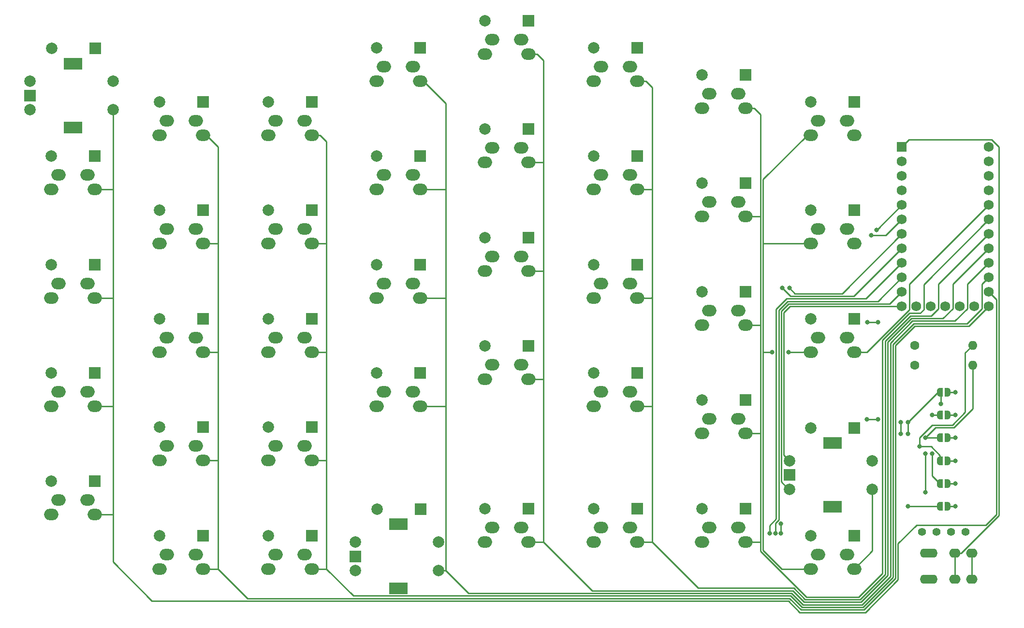
<source format=gbl>
%TF.GenerationSoftware,KiCad,Pcbnew,(6.0.4-0)*%
%TF.CreationDate,2022-03-31T21:48:39+02:00*%
%TF.ProjectId,PCB,5043422e-6b69-4636-9164-5f7063625858,rev?*%
%TF.SameCoordinates,Original*%
%TF.FileFunction,Copper,L2,Bot*%
%TF.FilePolarity,Positive*%
%FSLAX46Y46*%
G04 Gerber Fmt 4.6, Leading zero omitted, Abs format (unit mm)*
G04 Created by KiCad (PCBNEW (6.0.4-0)) date 2022-03-31 21:48:39*
%MOMM*%
%LPD*%
G01*
G04 APERTURE LIST*
G04 Aperture macros list*
%AMFreePoly0*
4,1,22,0.500000,-0.750000,0.000000,-0.750000,0.000000,-0.745033,-0.079941,-0.743568,-0.215256,-0.701293,-0.333266,-0.622738,-0.424486,-0.514219,-0.481581,-0.384460,-0.499164,-0.250000,-0.500000,-0.250000,-0.500000,0.250000,-0.499164,0.250000,-0.499963,0.256109,-0.478152,0.396186,-0.417904,0.524511,-0.324060,0.630769,-0.204165,0.706417,-0.067858,0.745374,0.000000,0.744959,0.000000,0.750000,
0.500000,0.750000,0.500000,-0.750000,0.500000,-0.750000,$1*%
%AMFreePoly1*
4,1,20,0.000000,0.744959,0.073905,0.744508,0.209726,0.703889,0.328688,0.626782,0.421226,0.519385,0.479903,0.390333,0.500000,0.250000,0.500000,-0.250000,0.499851,-0.262216,0.476331,-0.402017,0.414519,-0.529596,0.319384,-0.634700,0.198574,-0.708877,0.061801,-0.746166,0.000000,-0.745033,0.000000,-0.750000,-0.500000,-0.750000,-0.500000,0.750000,0.000000,0.750000,0.000000,0.744959,
0.000000,0.744959,$1*%
G04 Aperture macros list end*
%TA.AperFunction,ComponentPad*%
%ADD10C,1.600000*%
%TD*%
%TA.AperFunction,ComponentPad*%
%ADD11O,1.600000X1.600000*%
%TD*%
%TA.AperFunction,ComponentPad*%
%ADD12O,2.500000X2.000000*%
%TD*%
%TA.AperFunction,ComponentPad*%
%ADD13C,2.000000*%
%TD*%
%TA.AperFunction,ComponentPad*%
%ADD14R,2.000000X2.000000*%
%TD*%
%TA.AperFunction,ComponentPad*%
%ADD15O,3.100000X1.600000*%
%TD*%
%TA.AperFunction,ComponentPad*%
%ADD16O,2.000000X1.600000*%
%TD*%
%TA.AperFunction,ComponentPad*%
%ADD17R,3.200000X2.000000*%
%TD*%
%TA.AperFunction,ComponentPad*%
%ADD18R,1.752600X1.752600*%
%TD*%
%TA.AperFunction,ComponentPad*%
%ADD19C,1.752600*%
%TD*%
%TA.AperFunction,ComponentPad*%
%ADD20C,1.397000*%
%TD*%
%TA.AperFunction,SMDPad,CuDef*%
%ADD21FreePoly0,0.000000*%
%TD*%
%TA.AperFunction,SMDPad,CuDef*%
%ADD22FreePoly1,0.000000*%
%TD*%
%TA.AperFunction,ViaPad*%
%ADD23C,0.800000*%
%TD*%
%TA.AperFunction,Conductor*%
%ADD24C,0.250000*%
%TD*%
G04 APERTURE END LIST*
D10*
X221420000Y-96250000D03*
D11*
X231580000Y-96250000D03*
D10*
X221420000Y-92750000D03*
D11*
X231580000Y-92750000D03*
D12*
X77810000Y-103460000D03*
X70190000Y-103460000D03*
X71460000Y-100920000D03*
X76540000Y-100920000D03*
D13*
X70190000Y-97618000D03*
D14*
X77810000Y-97618000D03*
D12*
X191810000Y-51210000D03*
X184190000Y-51210000D03*
X185460000Y-48670000D03*
X190540000Y-48670000D03*
D13*
X184190000Y-45368000D03*
D14*
X191810000Y-45368000D03*
D15*
X223862500Y-129200000D03*
X223862500Y-133800000D03*
D16*
X228412500Y-129220000D03*
X228412500Y-133800000D03*
X231412500Y-133800000D03*
X231412500Y-129220000D03*
D12*
X172810000Y-84460000D03*
X165190000Y-84460000D03*
X166460000Y-81920000D03*
X171540000Y-81920000D03*
D13*
X165190000Y-78618000D03*
D14*
X172810000Y-78618000D03*
D12*
X172810000Y-65460000D03*
X165190000Y-65460000D03*
X166460000Y-62920000D03*
X171540000Y-62920000D03*
D13*
X165190000Y-59618000D03*
D14*
X172810000Y-59618000D03*
D12*
X210810000Y-55960000D03*
X203190000Y-55960000D03*
X209540000Y-53420000D03*
X204460000Y-53420000D03*
D13*
X203190000Y-50118000D03*
D14*
X210810000Y-50118000D03*
D12*
X70190000Y-84460000D03*
X77810000Y-84460000D03*
X71460000Y-81920000D03*
X76540000Y-81920000D03*
D13*
X70190000Y-78618000D03*
D14*
X77810000Y-78618000D03*
D12*
X115810000Y-74960000D03*
X108190000Y-74960000D03*
X109460000Y-72420000D03*
X114540000Y-72420000D03*
D13*
X108190000Y-69118000D03*
D14*
X115810000Y-69118000D03*
D12*
X203190000Y-131960000D03*
X210810000Y-131960000D03*
X209540000Y-129420000D03*
X204460000Y-129420000D03*
D13*
X203190000Y-126118000D03*
D14*
X210810000Y-126118000D03*
D13*
X214000000Y-118000000D03*
X214000000Y-113000000D03*
X203250000Y-107250000D03*
D14*
X210870000Y-107250000D03*
D13*
X199500000Y-113000000D03*
X199500000Y-118000000D03*
D14*
X199500000Y-115500000D03*
D17*
X207000000Y-109900000D03*
X207000000Y-121100000D03*
D12*
X165190000Y-46460000D03*
X172810000Y-46460000D03*
X166460000Y-43920000D03*
X171540000Y-43920000D03*
D13*
X165190000Y-40618000D03*
D14*
X172810000Y-40618000D03*
D12*
X77810000Y-122460000D03*
X70190000Y-122460000D03*
X71460000Y-119920000D03*
X76540000Y-119920000D03*
D13*
X70190000Y-116618000D03*
D14*
X77810000Y-116618000D03*
D12*
X146190000Y-79710000D03*
X153810000Y-79710000D03*
X147460000Y-77170000D03*
X152540000Y-77170000D03*
D13*
X146190000Y-73868000D03*
D14*
X153810000Y-73868000D03*
D12*
X127190000Y-84460000D03*
X134810000Y-84460000D03*
X133540000Y-81920000D03*
X128460000Y-81920000D03*
D13*
X127190000Y-78618000D03*
D14*
X134810000Y-78618000D03*
D12*
X96810000Y-93960000D03*
X89190000Y-93960000D03*
X95540000Y-91420000D03*
X90460000Y-91420000D03*
D13*
X89190000Y-88118000D03*
D14*
X96810000Y-88118000D03*
D12*
X134810000Y-65460000D03*
X127190000Y-65460000D03*
X133540000Y-62920000D03*
X128460000Y-62920000D03*
D13*
X127190000Y-59618000D03*
D14*
X134810000Y-59618000D03*
D13*
X81000000Y-51500000D03*
X81000000Y-46500000D03*
X70250000Y-40750000D03*
D14*
X77870000Y-40750000D03*
D13*
X66500000Y-46500000D03*
X66500000Y-51500000D03*
D14*
X66500000Y-49000000D03*
D17*
X74000000Y-43400000D03*
X74000000Y-54600000D03*
D12*
X146190000Y-98710000D03*
X153810000Y-98710000D03*
X152540000Y-96170000D03*
X147460000Y-96170000D03*
D13*
X146190000Y-92868000D03*
D14*
X153810000Y-92868000D03*
D12*
X134810000Y-46460000D03*
X127190000Y-46460000D03*
X133540000Y-43920000D03*
X128460000Y-43920000D03*
D13*
X127190000Y-40618000D03*
D14*
X134810000Y-40618000D03*
D12*
X89190000Y-55960000D03*
X96810000Y-55960000D03*
X90460000Y-53420000D03*
X95540000Y-53420000D03*
D13*
X89190000Y-50118000D03*
D14*
X96810000Y-50118000D03*
D12*
X191810000Y-127210000D03*
X184190000Y-127210000D03*
X190540000Y-124670000D03*
X185460000Y-124670000D03*
D13*
X184190000Y-121368000D03*
D14*
X191810000Y-121368000D03*
D12*
X184190000Y-89210000D03*
X191810000Y-89210000D03*
X190540000Y-86670000D03*
X185460000Y-86670000D03*
D13*
X184190000Y-83368000D03*
D14*
X191810000Y-83368000D03*
D12*
X127190000Y-103460000D03*
X134810000Y-103460000D03*
X128460000Y-100920000D03*
X133540000Y-100920000D03*
D13*
X127190000Y-97618000D03*
D14*
X134810000Y-97618000D03*
D12*
X184190000Y-70210000D03*
X191810000Y-70210000D03*
X190540000Y-67670000D03*
X185460000Y-67670000D03*
D13*
X184190000Y-64368000D03*
D14*
X191810000Y-64368000D03*
D12*
X89190000Y-74960000D03*
X96810000Y-74960000D03*
X95540000Y-72420000D03*
X90460000Y-72420000D03*
D13*
X89190000Y-69118000D03*
D14*
X96810000Y-69118000D03*
D12*
X115810000Y-93960000D03*
X108190000Y-93960000D03*
X109460000Y-91420000D03*
X114540000Y-91420000D03*
D13*
X108190000Y-88118000D03*
D14*
X115810000Y-88118000D03*
D12*
X108190000Y-55960000D03*
X115810000Y-55960000D03*
X114540000Y-53420000D03*
X109460000Y-53420000D03*
D13*
X108190000Y-50118000D03*
D14*
X115810000Y-50118000D03*
D12*
X210810000Y-93960000D03*
X203190000Y-93960000D03*
X204460000Y-91420000D03*
X209540000Y-91420000D03*
D13*
X203190000Y-88118000D03*
D14*
X210810000Y-88118000D03*
D12*
X77810000Y-65460000D03*
X70190000Y-65460000D03*
X71460000Y-62920000D03*
X76540000Y-62920000D03*
D13*
X70190000Y-59618000D03*
D14*
X77810000Y-59618000D03*
D12*
X172810000Y-103460000D03*
X165190000Y-103460000D03*
X171540000Y-100920000D03*
X166460000Y-100920000D03*
D13*
X165190000Y-97618000D03*
D14*
X172810000Y-97618000D03*
D12*
X153810000Y-60710000D03*
X146190000Y-60710000D03*
X152540000Y-58170000D03*
X147460000Y-58170000D03*
D13*
X146190000Y-54868000D03*
D14*
X153810000Y-54868000D03*
D18*
X219130000Y-58016750D03*
D19*
X219130000Y-60556750D03*
X219130000Y-63096750D03*
X219130000Y-65636750D03*
X219130000Y-68176750D03*
X219130000Y-70716750D03*
X219130000Y-73256750D03*
X219130000Y-75796750D03*
X219130000Y-78336750D03*
X219130000Y-80876750D03*
X219130000Y-83416750D03*
X219130000Y-85956750D03*
X234370000Y-85956750D03*
X234370000Y-83416750D03*
X234370000Y-80876750D03*
X234370000Y-78336750D03*
X234370000Y-75796750D03*
X234370000Y-73256750D03*
X234370000Y-70716750D03*
X234370000Y-68176750D03*
X234370000Y-65636750D03*
X234370000Y-63096750D03*
X234370000Y-60556750D03*
X234370000Y-58016750D03*
X221670000Y-85956750D03*
X224210000Y-85956750D03*
X226750000Y-85956750D03*
X229290000Y-85956750D03*
X231830000Y-85956750D03*
D20*
X222690000Y-125500000D03*
X225230000Y-125500000D03*
X227770000Y-125500000D03*
X230310000Y-125500000D03*
D12*
X191810000Y-108210000D03*
X184190000Y-108210000D03*
X190540000Y-105670000D03*
X185460000Y-105670000D03*
D13*
X184190000Y-102368000D03*
D14*
X191810000Y-102368000D03*
D12*
X146190000Y-127210000D03*
X153810000Y-127210000D03*
X152540000Y-124670000D03*
X147460000Y-124670000D03*
D13*
X146190000Y-121368000D03*
D14*
X153810000Y-121368000D03*
D12*
X146190000Y-41710000D03*
X153810000Y-41710000D03*
X152540000Y-39170000D03*
X147460000Y-39170000D03*
D13*
X146190000Y-35868000D03*
D14*
X153810000Y-35868000D03*
D12*
X115810000Y-131960000D03*
X108190000Y-131960000D03*
X114540000Y-129420000D03*
X109460000Y-129420000D03*
D13*
X108190000Y-126118000D03*
D14*
X115810000Y-126118000D03*
D12*
X203190000Y-74960000D03*
X210810000Y-74960000D03*
X209540000Y-72420000D03*
X204460000Y-72420000D03*
D13*
X203190000Y-69118000D03*
D14*
X210810000Y-69118000D03*
D12*
X89190000Y-112960000D03*
X96810000Y-112960000D03*
X95540000Y-110420000D03*
X90460000Y-110420000D03*
D13*
X89190000Y-107118000D03*
D14*
X96810000Y-107118000D03*
D13*
X138000000Y-132250000D03*
X138000000Y-127250000D03*
X127250000Y-121500000D03*
D14*
X134870000Y-121500000D03*
D13*
X123500000Y-127250000D03*
X123500000Y-132250000D03*
D14*
X123500000Y-129750000D03*
D17*
X131000000Y-135350000D03*
X131000000Y-124150000D03*
D12*
X115810000Y-112960000D03*
X108190000Y-112960000D03*
X109460000Y-110420000D03*
X114540000Y-110420000D03*
D13*
X108190000Y-107118000D03*
D14*
X115810000Y-107118000D03*
D12*
X172810000Y-127210000D03*
X165190000Y-127210000D03*
X171540000Y-124670000D03*
X166460000Y-124670000D03*
D13*
X165190000Y-121368000D03*
D14*
X172810000Y-121368000D03*
D12*
X96810000Y-131960000D03*
X89190000Y-131960000D03*
X90460000Y-129420000D03*
X95540000Y-129420000D03*
D13*
X89190000Y-126118000D03*
D14*
X96810000Y-126118000D03*
D21*
X225850000Y-113000000D03*
D22*
X227150000Y-113000000D03*
D21*
X225850000Y-105000000D03*
D22*
X227150000Y-105000000D03*
D21*
X225850000Y-109000000D03*
D22*
X227150000Y-109000000D03*
D21*
X225850000Y-121000000D03*
D22*
X227150000Y-121000000D03*
D21*
X225850000Y-101000000D03*
D22*
X227150000Y-101000000D03*
D21*
X225850000Y-117000000D03*
D22*
X227150000Y-117000000D03*
D23*
X223250000Y-118500000D03*
X214750000Y-72525500D03*
X223262299Y-108987701D03*
X223250000Y-111750000D03*
X199500000Y-82750000D03*
X198250000Y-82750000D03*
X196000497Y-125750000D03*
X197000000Y-125750000D03*
X224500000Y-105000000D03*
X224500000Y-111750000D03*
X215000000Y-88750000D03*
X213101469Y-88750000D03*
X213000000Y-105750000D03*
X215000000Y-105750000D03*
X219000000Y-108250000D03*
X219000000Y-106250000D03*
X228500000Y-121000000D03*
X228500000Y-117000000D03*
X199290000Y-93960000D03*
X196426940Y-93960000D03*
X213825969Y-73500000D03*
X222250000Y-110500000D03*
X198000000Y-125750000D03*
X220250000Y-106250000D03*
X220250000Y-108250000D03*
X226000000Y-103000000D03*
X198000000Y-124000000D03*
X220250000Y-121000000D03*
X228500000Y-113000000D03*
X228500000Y-109000000D03*
X228500000Y-101000000D03*
X228500000Y-105000000D03*
D24*
X234900727Y-56750000D02*
X220396750Y-56750000D01*
X220396750Y-56750000D02*
X219130000Y-58016750D01*
X236149520Y-122611197D02*
X236149520Y-57998793D01*
X229540718Y-129220000D02*
X236149520Y-122611197D01*
X236149520Y-57998793D02*
X234900727Y-56750000D01*
X228412500Y-129220000D02*
X229540718Y-129220000D01*
X228412500Y-133800000D02*
X228412500Y-129220000D01*
X223250000Y-118500000D02*
X223250000Y-111750000D01*
X214781250Y-72525500D02*
X219130000Y-68176750D01*
X225050480Y-107199520D02*
X228300480Y-107199520D01*
X228300480Y-107199520D02*
X231580000Y-103920000D01*
X223262299Y-108987701D02*
X225050480Y-107199520D01*
X231580000Y-103920000D02*
X231580000Y-96250000D01*
X223274598Y-109000000D02*
X225850000Y-109000000D01*
X214750000Y-72525500D02*
X214781250Y-72525500D01*
X223262299Y-108987701D02*
X223274598Y-109000000D01*
X199357052Y-85507230D02*
X198050480Y-86813802D01*
X219130000Y-83416750D02*
X217039520Y-85507230D01*
X199350978Y-118000000D02*
X199500000Y-118000000D01*
X217039520Y-85507230D02*
X199357052Y-85507230D01*
X198050480Y-86813802D02*
X198050480Y-116699502D01*
X198050480Y-116699502D02*
X199350978Y-118000000D01*
X219130000Y-73256750D02*
X208677600Y-83709150D01*
X200459150Y-83709150D02*
X199500000Y-82750000D01*
X208677600Y-83709150D02*
X200459150Y-83709150D01*
X199658670Y-84158670D02*
X210768080Y-84158670D01*
X210768080Y-84158670D02*
X219130000Y-75796750D01*
X198250000Y-82750000D02*
X199658670Y-84158670D01*
X198984656Y-84608191D02*
X212858559Y-84608191D01*
X197151440Y-86441408D02*
X198984656Y-84608191D01*
X196000497Y-125750000D02*
X196000497Y-124339171D01*
X196000497Y-124339171D02*
X197151440Y-123188228D01*
X212858559Y-84608191D02*
X219130000Y-78336750D01*
X197151440Y-123188228D02*
X197151440Y-86441408D01*
X197000000Y-123975386D02*
X197600960Y-123374426D01*
X197600960Y-86627605D02*
X199170854Y-85057710D01*
X197000000Y-125750000D02*
X197000000Y-123975386D01*
X199170854Y-85057710D02*
X214949040Y-85057710D01*
X197600960Y-123374426D02*
X197600960Y-86627605D01*
X214949040Y-85057710D02*
X219130000Y-80876750D01*
X198500000Y-112000000D02*
X199500000Y-113000000D01*
X198500000Y-87000000D02*
X198500000Y-112000000D01*
X199543250Y-85956750D02*
X198500000Y-87000000D01*
X219130000Y-85956750D02*
X199543250Y-85956750D01*
X97413157Y-55960000D02*
X99404521Y-57951364D01*
X96810000Y-112960000D02*
X99349042Y-112960000D01*
X96810000Y-55960000D02*
X97413157Y-55960000D01*
X104568552Y-137124031D02*
X199492285Y-137124031D01*
X99404521Y-93845479D02*
X99404521Y-112904521D01*
X96810000Y-93960000D02*
X99290000Y-93960000D01*
X99404521Y-131960000D02*
X96810000Y-131960000D01*
X212556465Y-139122121D02*
X218048080Y-133630505D01*
X201490375Y-139122121D02*
X212556465Y-139122121D01*
X230921589Y-89405161D02*
X234370000Y-85956750D01*
X218048080Y-133630505D02*
X218048080Y-92766228D01*
X218048080Y-92766228D02*
X221409147Y-89405161D01*
X99404521Y-112904521D02*
X99404521Y-131960000D01*
X99290000Y-93960000D02*
X99404521Y-93845479D01*
X99404521Y-131960000D02*
X104568552Y-137124031D01*
X96810000Y-74960000D02*
X99290000Y-74960000D01*
X99404521Y-57951364D02*
X99404521Y-74845479D01*
X99349042Y-112960000D02*
X99404521Y-112904521D01*
X221409147Y-89405161D02*
X230921589Y-89405161D01*
X99290000Y-74960000D02*
X99404521Y-74845479D01*
X99404521Y-74845479D02*
X99404521Y-93845479D01*
X199492285Y-137124031D02*
X201490375Y-139122121D01*
X218497600Y-133816702D02*
X218497600Y-127500000D01*
X81000000Y-51500000D02*
X81000000Y-65500000D01*
X77810000Y-103460000D02*
X80960000Y-103460000D01*
X201304178Y-139571641D02*
X212742662Y-139571641D01*
X81000000Y-122460000D02*
X77810000Y-122460000D01*
X77810000Y-65460000D02*
X80960000Y-65460000D01*
X235700000Y-122424999D02*
X235700000Y-84746750D01*
X80960000Y-84460000D02*
X81000000Y-84500000D01*
X81000000Y-65500000D02*
X81000000Y-84500000D01*
X199306088Y-137573551D02*
X201304178Y-139571641D01*
X233874999Y-124250000D02*
X235700000Y-122424999D01*
X81000000Y-122460000D02*
X81000000Y-130750000D01*
X218497600Y-127500000D02*
X221747600Y-124250000D01*
X80960000Y-103460000D02*
X81000000Y-103500000D01*
X77810000Y-84460000D02*
X80960000Y-84460000D01*
X80960000Y-65460000D02*
X81000000Y-65500000D01*
X235700000Y-84746750D02*
X234370000Y-83416750D01*
X81000000Y-130750000D02*
X87823551Y-137573551D01*
X81000000Y-103500000D02*
X81000000Y-122460000D01*
X87823551Y-137573551D02*
X199306088Y-137573551D01*
X81000000Y-84500000D02*
X81000000Y-103500000D01*
X221747600Y-124250000D02*
X233874999Y-124250000D01*
X212742662Y-139571641D02*
X218497600Y-133816702D01*
X199678483Y-136674511D02*
X201676574Y-138672601D01*
X233169189Y-82077561D02*
X234370000Y-80876750D01*
X118404521Y-131960000D02*
X123119032Y-136674511D01*
X118404521Y-57054521D02*
X118404521Y-74904521D01*
X201676574Y-138672601D02*
X212370267Y-138672601D01*
X115810000Y-55960000D02*
X117310000Y-55960000D01*
X118404521Y-74904521D02*
X118404521Y-93904521D01*
X230529313Y-88955641D02*
X233169189Y-86315765D01*
X118349042Y-112960000D02*
X118404521Y-112904521D01*
X118349042Y-93960000D02*
X118404521Y-93904521D01*
X118404521Y-131960000D02*
X115810000Y-131960000D01*
X217598560Y-133444308D02*
X217598560Y-92580030D01*
X115810000Y-112960000D02*
X118349042Y-112960000D01*
X117310000Y-55960000D02*
X118404521Y-57054521D01*
X217598560Y-92580030D02*
X221222949Y-88955641D01*
X118404521Y-93904521D02*
X118404521Y-112904521D01*
X221222949Y-88955641D02*
X230529313Y-88955641D01*
X233169189Y-86315765D02*
X233169189Y-82077561D01*
X212370267Y-138672601D02*
X217598560Y-133444308D01*
X123119032Y-136674511D02*
X199678483Y-136674511D01*
X115810000Y-93960000D02*
X118349042Y-93960000D01*
X118404521Y-112904521D02*
X118404521Y-131960000D01*
X115810000Y-74960000D02*
X118349042Y-74960000D01*
X118349042Y-74960000D02*
X118404521Y-74904521D01*
X224500000Y-115650000D02*
X225850000Y-117000000D01*
X224500000Y-111750000D02*
X224500000Y-115650000D01*
X224500000Y-105000000D02*
X225850000Y-105000000D01*
X215000000Y-88750000D02*
X213101469Y-88750000D01*
X213000000Y-105750000D02*
X215000000Y-105750000D01*
X219000000Y-106250000D02*
X219000000Y-108250000D01*
X227150000Y-121000000D02*
X228500000Y-121000000D01*
X228500000Y-117000000D02*
X227150000Y-117000000D01*
X231412500Y-129220000D02*
X231412500Y-133800000D01*
X143299502Y-136224991D02*
X199864681Y-136224991D01*
X139324511Y-84425489D02*
X139324511Y-103425489D01*
X139324511Y-103425489D02*
X139324511Y-132250000D01*
X228438833Y-88506121D02*
X230629189Y-86315765D01*
X139324511Y-132250000D02*
X138000000Y-132250000D01*
X134810000Y-103460000D02*
X139290000Y-103460000D01*
X139324511Y-65324511D02*
X139324511Y-84425489D01*
X135413157Y-46460000D02*
X139324511Y-50371354D01*
X134810000Y-65460000D02*
X139189022Y-65460000D01*
X230629189Y-86315765D02*
X230629189Y-82077561D01*
X230629189Y-82077561D02*
X234370000Y-78336750D01*
X199864681Y-136224991D02*
X201862771Y-138223081D01*
X221036751Y-88506121D02*
X228438833Y-88506121D01*
X212184071Y-138223081D02*
X217149040Y-133258111D01*
X139189022Y-65460000D02*
X139324511Y-65324511D01*
X201862771Y-138223081D02*
X212184071Y-138223081D01*
X134810000Y-46460000D02*
X135413157Y-46460000D01*
X139290000Y-84460000D02*
X139324511Y-84425489D01*
X139324511Y-50371354D02*
X139324511Y-65324511D01*
X139324511Y-132250000D02*
X143299502Y-136224991D01*
X217149040Y-133258111D02*
X217149040Y-92393832D01*
X139290000Y-103460000D02*
X139324511Y-103425489D01*
X217149040Y-92393832D02*
X221036751Y-88506121D01*
X134810000Y-84460000D02*
X139290000Y-84460000D01*
X211997873Y-137773561D02*
X216699520Y-133071914D01*
X200050878Y-135775471D02*
X202048970Y-137773561D01*
X156404521Y-127210000D02*
X164969992Y-135775471D01*
X156349042Y-79710000D02*
X156404521Y-79654521D01*
X228089189Y-82077561D02*
X234370000Y-75796750D01*
X156404521Y-60654521D02*
X156404521Y-79654521D01*
X156404521Y-79654521D02*
X156404521Y-98654521D01*
X202048970Y-137773561D02*
X211997873Y-137773561D01*
X156349042Y-60710000D02*
X156404521Y-60654521D01*
X216699520Y-92207634D02*
X220850553Y-88056601D01*
X156349042Y-98710000D02*
X156404521Y-98654521D01*
X216699520Y-133071914D02*
X216699520Y-92207634D01*
X156404521Y-127210000D02*
X153810000Y-127210000D01*
X226348353Y-88056601D02*
X228089189Y-86315765D01*
X156404521Y-98654521D02*
X156404521Y-127210000D01*
X164969992Y-135775471D02*
X200050878Y-135775471D01*
X220850553Y-88056601D02*
X226348353Y-88056601D01*
X228089189Y-86315765D02*
X228089189Y-82077561D01*
X153810000Y-60710000D02*
X156349042Y-60710000D01*
X153810000Y-41710000D02*
X155310000Y-41710000D01*
X155310000Y-41710000D02*
X156404521Y-42804521D01*
X156404521Y-42804521D02*
X156404521Y-60654521D01*
X153810000Y-98710000D02*
X156349042Y-98710000D01*
X153810000Y-79710000D02*
X156349042Y-79710000D01*
X172810000Y-84460000D02*
X175290000Y-84460000D01*
X175404521Y-127210000D02*
X172810000Y-127210000D01*
X175404521Y-47554521D02*
X175404521Y-65404521D01*
X172810000Y-46460000D02*
X174310000Y-46460000D01*
X225549189Y-82077561D02*
X234370000Y-73256750D01*
X175404521Y-103345479D02*
X175404521Y-127210000D01*
X175404521Y-127210000D02*
X183520472Y-135325951D01*
X225549189Y-86315765D02*
X225549189Y-82077561D01*
X175404521Y-65404521D02*
X175404521Y-84345479D01*
X216250000Y-92021436D02*
X220664355Y-87607081D01*
X175290000Y-103460000D02*
X175404521Y-103345479D01*
X183520472Y-135325951D02*
X200237077Y-135325951D01*
X220664355Y-87607081D02*
X224257873Y-87607081D01*
X200237077Y-135325951D02*
X202235167Y-137324041D01*
X224257873Y-87607081D02*
X225549189Y-86315765D01*
X174310000Y-46460000D02*
X175404521Y-47554521D01*
X172810000Y-103460000D02*
X175290000Y-103460000D01*
X175349042Y-65460000D02*
X175404521Y-65404521D01*
X211811676Y-137324041D02*
X216250000Y-132885717D01*
X172810000Y-65460000D02*
X175349042Y-65460000D01*
X216250000Y-132885717D02*
X216250000Y-92021436D01*
X175404521Y-84345479D02*
X175404521Y-103345479D01*
X175290000Y-84460000D02*
X175404521Y-84345479D01*
X202235167Y-137324041D02*
X211811676Y-137324041D01*
X194404521Y-89154521D02*
X194404521Y-108154521D01*
X194404521Y-70095479D02*
X194404521Y-89154521D01*
X191810000Y-70210000D02*
X194290000Y-70210000D01*
X191810000Y-108210000D02*
X194349042Y-108210000D01*
X191810000Y-51210000D02*
X193310000Y-51210000D01*
X223000000Y-82086750D02*
X234370000Y-70716750D01*
X194404521Y-127210000D02*
X191810000Y-127210000D01*
X211625479Y-136874521D02*
X215774031Y-132725969D01*
X215774031Y-91861687D02*
X220478157Y-87157561D01*
X194404521Y-52304521D02*
X194404521Y-70095479D01*
X215774031Y-132725969D02*
X215774031Y-91861687D01*
X222342439Y-87157561D02*
X223000000Y-86500000D01*
X194404521Y-128857678D02*
X202421364Y-136874521D01*
X202421364Y-136874521D02*
X211625479Y-136874521D01*
X194349042Y-89210000D02*
X194404521Y-89154521D01*
X193310000Y-51210000D02*
X194404521Y-52304521D01*
X194404521Y-108154521D02*
X194404521Y-127210000D01*
X191810000Y-89210000D02*
X194349042Y-89210000D01*
X220478157Y-87157561D02*
X222342439Y-87157561D01*
X194290000Y-70210000D02*
X194404521Y-70095479D01*
X223000000Y-86444954D02*
X223000000Y-82086750D01*
X194404521Y-127210000D02*
X194404521Y-128857678D01*
X194349042Y-108210000D02*
X194404521Y-108154521D01*
X220469189Y-82077561D02*
X234370000Y-68176750D01*
X214000000Y-118000000D02*
X214000000Y-128770000D01*
X196426940Y-93960000D02*
X194918082Y-93960000D01*
X203190000Y-93960000D02*
X199290000Y-93960000D01*
X220469189Y-86530811D02*
X220469189Y-82077561D01*
X202586843Y-55960000D02*
X194854041Y-63692802D01*
X203190000Y-74960000D02*
X194960000Y-74960000D01*
X194918082Y-93960000D02*
X194854041Y-93895959D01*
X203190000Y-55960000D02*
X202586843Y-55960000D01*
X194960000Y-74960000D02*
X194854041Y-74854041D01*
X214000000Y-128770000D02*
X210810000Y-131960000D01*
X198142561Y-131960000D02*
X203190000Y-131960000D01*
X194854041Y-128671480D02*
X198142561Y-131960000D01*
X194854041Y-63692802D02*
X194854041Y-74854041D01*
X213040000Y-93960000D02*
X220469189Y-86530811D01*
X194854041Y-74854041D02*
X194854041Y-93895959D01*
X194854041Y-93895959D02*
X194854041Y-128671480D01*
X210810000Y-93960000D02*
X213040000Y-93960000D01*
X222250000Y-110500000D02*
X222250000Y-108975386D01*
X230250000Y-104500000D02*
X230250000Y-94080000D01*
X225850000Y-113000000D02*
X225850000Y-112075386D01*
X224475386Y-106750000D02*
X228000000Y-106750000D01*
X228000000Y-106750000D02*
X230250000Y-104500000D01*
X230250000Y-94080000D02*
X231580000Y-92750000D01*
X222250000Y-108975386D02*
X224475386Y-106750000D01*
X224274614Y-110500000D02*
X222250000Y-110500000D01*
X216346750Y-73500000D02*
X219130000Y-70716750D01*
X213825969Y-73500000D02*
X216346750Y-73500000D01*
X225850000Y-112075386D02*
X224274614Y-110500000D01*
X226000000Y-101150000D02*
X225850000Y-101000000D01*
X220250000Y-121000000D02*
X225850000Y-121000000D01*
X226000000Y-103000000D02*
X226000000Y-101150000D01*
X220250000Y-106250000D02*
X220250000Y-108250000D01*
X225500000Y-101000000D02*
X225850000Y-101000000D01*
X220250000Y-106250000D02*
X225500000Y-101000000D01*
X198000000Y-125750000D02*
X198000000Y-124000000D01*
X228500000Y-113000000D02*
X227150000Y-113000000D01*
X228500000Y-109000000D02*
X227150000Y-109000000D01*
X227150000Y-101000000D02*
X228500000Y-101000000D01*
X227150000Y-105000000D02*
X228500000Y-105000000D01*
M02*

</source>
